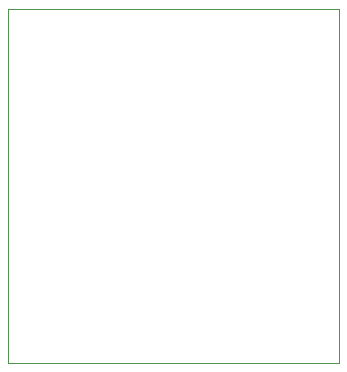
<source format=gm1>
%FSTAX23Y23*%
%MOIN*%
%SFA1B1*%

%IPPOS*%
%ADD33C,0.000390*%
%LNcsgb-1*%
%LPD*%
G54D33*
X0Y0D02*
Y01181D01*
Y0D02*
X01102D01*
Y01181*
X0D02*
X01102D01*
M02*
</source>
